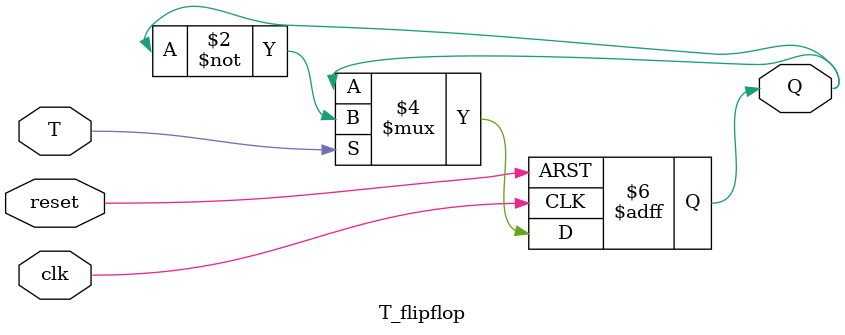
<source format=v>
`timescale 1ns / 1ps

module T_flipflop(
    input clk,
    input reset,     
    input T,
    output reg Q
    );

always @(posedge clk or posedge reset)
begin
    if (reset)
        Q <= 1'b0;
    else if (T)
        Q <= ~Q;    
    else
        Q <= Q;       
end

endmodule


</source>
